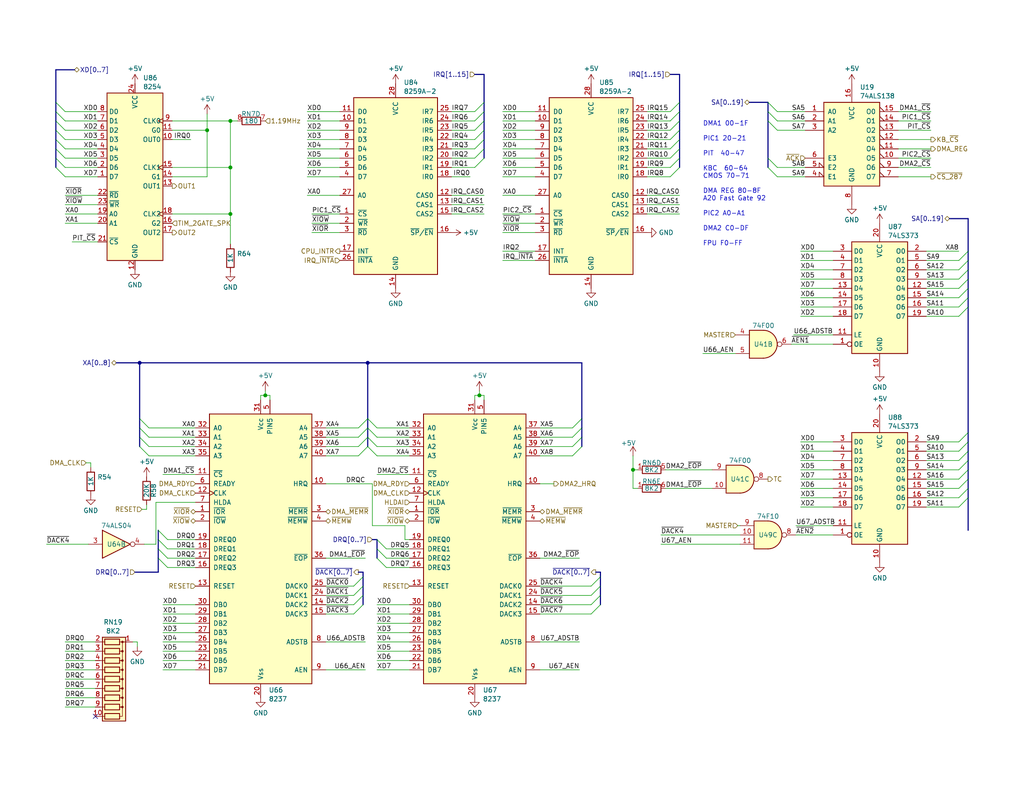
<source format=kicad_sch>
(kicad_sch (version 20230121) (generator eeschema)
  (paper "USLetter")
  (junction (at 62.865 33.02))
  (junction (at 56.515 35.56))
  (junction (at 62.865 58.42))
  (junction (at 38.1 99.06))
  (junction (at 172.72 128.27))
  (junction (at 130.81 107.95))
  (junction (at 100.33 99.06))
  (junction (at 62.865 45.72))
  (junction (at 72.39 107.95))
  (no_connect (at 26.035 195.58))
  (bus_entry (at 100.33 119.38) (size -2.54 2.54))
  (bus_entry (at 102.87 149.86) (size 2.54 2.54))
  (bus_entry (at 15.24 38.1) (size 2.54 2.54))
  (bus_entry (at 264.16 128.27) (size -2.54 2.54))
  (bus_entry (at 99.06 160.02) (size -2.54 2.54))
  (bus_entry (at 43.18 144.78) (size 2.54 2.54))
  (bus_entry (at 264.16 71.12) (size -2.54 2.54))
  (bus_entry (at 102.87 152.4) (size 2.54 2.54))
  (bus_entry (at 185.42 43.18) (size -2.54 2.54))
  (bus_entry (at 15.24 30.48) (size 2.54 2.54))
  (bus_entry (at 15.24 43.18) (size 2.54 2.54))
  (bus_entry (at 209.55 33.02) (size 2.54 2.54))
  (bus_entry (at 185.42 35.56) (size -2.54 2.54))
  (bus_entry (at 15.24 33.02) (size 2.54 2.54))
  (bus_entry (at 132.08 33.02) (size -2.54 2.54))
  (bus_entry (at 264.16 118.11) (size -2.54 2.54))
  (bus_entry (at 15.24 35.56) (size 2.54 2.54))
  (bus_entry (at 163.83 162.56) (size -2.54 2.54))
  (bus_entry (at 102.87 147.32) (size 2.54 2.54))
  (bus_entry (at 264.16 68.58) (size -2.54 2.54))
  (bus_entry (at 163.83 160.02) (size -2.54 2.54))
  (bus_entry (at 15.24 40.64) (size 2.54 2.54))
  (bus_entry (at 264.16 135.89) (size -2.54 2.54))
  (bus_entry (at 43.18 149.86) (size 2.54 2.54))
  (bus_entry (at 264.16 123.19) (size -2.54 2.54))
  (bus_entry (at 185.42 38.1) (size -2.54 2.54))
  (bus_entry (at 209.55 45.72) (size 2.54 2.54))
  (bus_entry (at 15.24 45.72) (size 2.54 2.54))
  (bus_entry (at 264.16 125.73) (size -2.54 2.54))
  (bus_entry (at 38.1 114.3) (size 2.54 2.54))
  (bus_entry (at 185.42 27.94) (size -2.54 2.54))
  (bus_entry (at 43.18 147.32) (size 2.54 2.54))
  (bus_entry (at 158.75 121.92) (size -2.54 2.54))
  (bus_entry (at 185.42 40.64) (size -2.54 2.54))
  (bus_entry (at 99.06 162.56) (size -2.54 2.54))
  (bus_entry (at 264.16 133.35) (size -2.54 2.54))
  (bus_entry (at 264.16 81.28) (size -2.54 2.54))
  (bus_entry (at 132.08 40.64) (size -2.54 2.54))
  (bus_entry (at 209.55 30.48) (size 2.54 2.54))
  (bus_entry (at 158.75 116.84) (size -2.54 2.54))
  (bus_entry (at 185.42 45.72) (size -2.54 2.54))
  (bus_entry (at 100.33 114.3) (size -2.54 2.54))
  (bus_entry (at 163.83 157.48) (size -2.54 2.54))
  (bus_entry (at 209.55 27.94) (size 2.54 2.54))
  (bus_entry (at 264.16 78.74) (size -2.54 2.54))
  (bus_entry (at 132.08 38.1) (size -2.54 2.54))
  (bus_entry (at 132.08 43.18) (size -2.54 2.54))
  (bus_entry (at 264.16 83.82) (size -2.54 2.54))
  (bus_entry (at 185.42 30.48) (size -2.54 2.54))
  (bus_entry (at 264.16 73.66) (size -2.54 2.54))
  (bus_entry (at 15.24 27.94) (size 2.54 2.54))
  (bus_entry (at 43.18 152.4) (size 2.54 2.54))
  (bus_entry (at 38.1 119.38) (size 2.54 2.54))
  (bus_entry (at 158.75 114.3) (size -2.54 2.54))
  (bus_entry (at 100.33 121.92) (size -2.54 2.54))
  (bus_entry (at 99.06 157.48) (size -2.54 2.54))
  (bus_entry (at 209.55 43.18) (size 2.54 2.54))
  (bus_entry (at 100.33 119.38) (size 2.54 2.54))
  (bus_entry (at 100.33 116.84) (size -2.54 2.54))
  (bus_entry (at 99.06 165.1) (size -2.54 2.54))
  (bus_entry (at 264.16 76.2) (size -2.54 2.54))
  (bus_entry (at 100.33 116.84) (size 2.54 2.54))
  (bus_entry (at 38.1 121.92) (size 2.54 2.54))
  (bus_entry (at 132.08 30.48) (size -2.54 2.54))
  (bus_entry (at 158.75 119.38) (size -2.54 2.54))
  (bus_entry (at 264.16 120.65) (size -2.54 2.54))
  (bus_entry (at 132.08 35.56) (size -2.54 2.54))
  (bus_entry (at 38.1 116.84) (size 2.54 2.54))
  (bus_entry (at 100.33 121.92) (size 2.54 2.54))
  (bus_entry (at 163.83 165.1) (size -2.54 2.54))
  (bus_entry (at 132.08 27.94) (size -2.54 2.54))
  (bus_entry (at 264.16 130.81) (size -2.54 2.54))
  (bus_entry (at 100.33 114.3) (size 2.54 2.54))
  (bus_entry (at 185.42 33.02) (size -2.54 2.54))
  (wire (pts (xy 172.72 128.27) (xy 173.99 128.27)))
  (wire (pts (xy 26.67 48.26) (xy 17.78 48.26)))
  (wire (pts (xy 85.09 58.42) (xy 92.71 58.42)))
  (bus (pts (xy 163.83 157.48) (xy 163.83 160.02)))
  (bus (pts (xy 264.16 118.11) (xy 264.16 120.65)))
  (wire (pts (xy 64.77 33.02) (xy 62.865 33.02)))
  (wire (pts (xy 130.81 107.95) (xy 129.54 107.95)))
  (wire (pts (xy 62.865 58.42) (xy 62.865 66.675)))
  (bus (pts (xy 102.87 147.32) (xy 102.87 149.86)))
  (bus (pts (xy 264.16 59.69) (xy 264.16 68.58)))
  (wire (pts (xy 44.45 175.26) (xy 53.34 175.26)))
  (bus (pts (xy 97.79 156.21) (xy 99.06 156.21)))
  (wire (pts (xy 102.87 119.38) (xy 111.76 119.38)))
  (bus (pts (xy 185.42 38.1) (xy 185.42 40.64)))
  (wire (pts (xy 252.73 125.73) (xy 261.62 125.73)))
  (bus (pts (xy 264.16 133.35) (xy 264.16 135.89)))
  (wire (pts (xy 137.16 53.34) (xy 146.05 53.34)))
  (bus (pts (xy 15.24 30.48) (xy 15.24 33.02)))
  (bus (pts (xy 163.83 156.21) (xy 163.83 157.48)))
  (wire (pts (xy 37.465 176.53) (xy 37.465 175.26)))
  (wire (pts (xy 147.32 175.26) (xy 158.115 175.26)))
  (wire (pts (xy 45.72 154.94) (xy 53.34 154.94)))
  (wire (pts (xy 110.49 147.32) (xy 111.76 147.32)))
  (bus (pts (xy 182.88 20.32) (xy 185.42 20.32)))
  (bus (pts (xy 132.08 33.02) (xy 132.08 35.56)))
  (wire (pts (xy 26.67 33.02) (xy 17.78 33.02)))
  (wire (pts (xy 252.73 133.35) (xy 261.62 133.35)))
  (wire (pts (xy 17.78 55.88) (xy 26.67 55.88)))
  (wire (pts (xy 218.44 83.82) (xy 227.33 83.82)))
  (wire (pts (xy 180.34 146.05) (xy 201.93 146.05)))
  (wire (pts (xy 46.99 58.42) (xy 62.865 58.42)))
  (wire (pts (xy 252.73 81.28) (xy 261.62 81.28)))
  (bus (pts (xy 132.08 38.1) (xy 132.08 40.64)))
  (bus (pts (xy 132.08 35.56) (xy 132.08 38.1)))
  (wire (pts (xy 44.45 177.8) (xy 53.34 177.8)))
  (wire (pts (xy 62.865 33.02) (xy 62.865 45.72)))
  (wire (pts (xy 88.9 167.64) (xy 96.52 167.64)))
  (wire (pts (xy 102.87 177.8) (xy 111.76 177.8)))
  (wire (pts (xy 102.87 165.1) (xy 111.76 165.1)))
  (bus (pts (xy 100.33 99.06) (xy 158.75 99.06)))
  (wire (pts (xy 102.87 116.84) (xy 111.76 116.84)))
  (bus (pts (xy 158.75 116.84) (xy 158.75 119.38)))
  (wire (pts (xy 88.9 116.84) (xy 97.79 116.84)))
  (wire (pts (xy 73.66 109.22) (xy 73.66 107.95)))
  (bus (pts (xy 15.24 40.64) (xy 15.24 43.18)))
  (wire (pts (xy 137.16 45.72) (xy 146.05 45.72)))
  (bus (pts (xy 185.42 40.64) (xy 185.42 43.18)))
  (wire (pts (xy 218.44 138.43) (xy 227.33 138.43)))
  (wire (pts (xy 44.45 165.1) (xy 53.34 165.1)))
  (wire (pts (xy 132.08 109.22) (xy 132.08 107.95)))
  (wire (pts (xy 245.11 43.18) (xy 254 43.18)))
  (wire (pts (xy 23.495 126.365) (xy 24.765 126.365)))
  (wire (pts (xy 101.6 132.08) (xy 88.9 132.08)))
  (wire (pts (xy 44.45 129.54) (xy 53.34 129.54)))
  (wire (pts (xy 137.16 60.96) (xy 146.05 60.96)))
  (wire (pts (xy 172.72 124.46) (xy 172.72 128.27)))
  (wire (pts (xy 46.99 48.26) (xy 56.515 48.26)))
  (wire (pts (xy 123.19 55.88) (xy 132.08 55.88)))
  (wire (pts (xy 102.87 175.26) (xy 111.76 175.26)))
  (bus (pts (xy 185.42 27.94) (xy 185.42 30.48)))
  (wire (pts (xy 17.78 187.96) (xy 26.035 187.96)))
  (bus (pts (xy 264.16 128.27) (xy 264.16 130.81)))
  (wire (pts (xy 26.67 43.18) (xy 17.78 43.18)))
  (bus (pts (xy 99.06 162.56) (xy 99.06 165.1)))
  (wire (pts (xy 62.865 45.72) (xy 62.865 58.42)))
  (bus (pts (xy 99.06 157.48) (xy 99.06 160.02)))
  (wire (pts (xy 218.44 78.74) (xy 227.33 78.74)))
  (wire (pts (xy 40.005 137.795) (xy 40.005 139.065)))
  (wire (pts (xy 252.73 128.27) (xy 261.62 128.27)))
  (wire (pts (xy 137.16 38.1) (xy 146.05 38.1)))
  (bus (pts (xy 43.18 147.32) (xy 43.18 149.86)))
  (bus (pts (xy 163.83 162.56) (xy 163.83 165.1)))
  (bus (pts (xy 38.1 119.38) (xy 38.1 121.92)))
  (bus (pts (xy 259.08 59.69) (xy 264.16 59.69)))
  (wire (pts (xy 147.32 160.02) (xy 161.29 160.02)))
  (wire (pts (xy 147.32 116.84) (xy 156.21 116.84)))
  (wire (pts (xy 218.44 81.28) (xy 227.33 81.28)))
  (wire (pts (xy 176.53 55.88) (xy 185.42 55.88)))
  (bus (pts (xy 162.56 156.21) (xy 163.83 156.21)))
  (wire (pts (xy 252.73 138.43) (xy 261.62 138.43)))
  (bus (pts (xy 36.83 156.21) (xy 43.18 156.21)))
  (wire (pts (xy 83.82 33.02) (xy 92.71 33.02)))
  (wire (pts (xy 105.41 149.86) (xy 111.76 149.86)))
  (bus (pts (xy 264.16 130.81) (xy 264.16 133.35)))
  (wire (pts (xy 137.16 30.48) (xy 146.05 30.48)))
  (wire (pts (xy 88.9 124.46) (xy 97.79 124.46)))
  (wire (pts (xy 147.32 119.38) (xy 156.21 119.38)))
  (bus (pts (xy 185.42 20.32) (xy 185.42 27.94)))
  (bus (pts (xy 15.24 35.56) (xy 15.24 38.1)))
  (wire (pts (xy 137.16 68.58) (xy 146.05 68.58)))
  (wire (pts (xy 245.11 48.26) (xy 254 48.26)))
  (bus (pts (xy 264.16 68.58) (xy 264.16 71.12)))
  (wire (pts (xy 252.73 130.81) (xy 261.62 130.81)))
  (wire (pts (xy 42.545 148.59) (xy 42.545 137.16)))
  (bus (pts (xy 264.16 71.12) (xy 264.16 73.66)))
  (wire (pts (xy 137.16 71.12) (xy 146.05 71.12)))
  (wire (pts (xy 46.99 45.72) (xy 62.865 45.72)))
  (wire (pts (xy 129.54 107.95) (xy 129.54 109.22)))
  (bus (pts (xy 204.47 27.94) (xy 209.55 27.94)))
  (wire (pts (xy 88.9 160.02) (xy 96.52 160.02)))
  (bus (pts (xy 15.24 43.18) (xy 15.24 45.72)))
  (wire (pts (xy 147.32 182.88) (xy 158.115 182.88)))
  (wire (pts (xy 105.41 152.4) (xy 111.76 152.4)))
  (bus (pts (xy 264.16 76.2) (xy 264.16 78.74)))
  (wire (pts (xy 176.53 40.64) (xy 182.88 40.64)))
  (wire (pts (xy 12.7 148.59) (xy 24.13 148.59)))
  (wire (pts (xy 218.44 123.19) (xy 227.33 123.19)))
  (wire (pts (xy 40.005 139.065) (xy 38.735 139.065)))
  (wire (pts (xy 102.87 129.54) (xy 111.76 129.54)))
  (wire (pts (xy 176.53 53.34) (xy 185.42 53.34)))
  (bus (pts (xy 100.33 116.84) (xy 100.33 119.38)))
  (wire (pts (xy 137.16 63.5) (xy 146.05 63.5)))
  (wire (pts (xy 17.78 190.5) (xy 26.035 190.5)))
  (wire (pts (xy 102.87 172.72) (xy 111.76 172.72)))
  (bus (pts (xy 264.16 123.19) (xy 264.16 125.73)))
  (wire (pts (xy 83.82 35.56) (xy 92.71 35.56)))
  (bus (pts (xy 209.55 33.02) (xy 209.55 43.18)))
  (wire (pts (xy 176.53 48.26) (xy 182.88 48.26)))
  (wire (pts (xy 245.11 40.64) (xy 254 40.64)))
  (wire (pts (xy 37.465 175.26) (xy 36.195 175.26)))
  (wire (pts (xy 147.32 124.46) (xy 156.21 124.46)))
  (wire (pts (xy 17.78 177.8) (xy 26.035 177.8)))
  (bus (pts (xy 209.55 43.18) (xy 209.55 45.72)))
  (wire (pts (xy 56.515 35.56) (xy 56.515 31.115)))
  (wire (pts (xy 46.99 38.1) (xy 52.07 38.1)))
  (wire (pts (xy 252.73 86.36) (xy 261.62 86.36)))
  (wire (pts (xy 176.53 43.18) (xy 182.88 43.18)))
  (wire (pts (xy 218.44 86.36) (xy 227.33 86.36)))
  (wire (pts (xy 261.62 68.58) (xy 252.73 68.58)))
  (wire (pts (xy 252.73 135.89) (xy 261.62 135.89)))
  (wire (pts (xy 218.44 133.35) (xy 227.33 133.35)))
  (wire (pts (xy 85.09 60.96) (xy 92.71 60.96)))
  (wire (pts (xy 147.32 132.08) (xy 151.13 132.08)))
  (wire (pts (xy 88.9 162.56) (xy 96.52 162.56)))
  (wire (pts (xy 17.78 175.26) (xy 26.035 175.26)))
  (bus (pts (xy 99.06 160.02) (xy 99.06 162.56)))
  (bus (pts (xy 43.18 144.78) (xy 43.18 147.32)))
  (wire (pts (xy 147.32 162.56) (xy 161.29 162.56)))
  (wire (pts (xy 172.72 128.27) (xy 172.72 133.35)))
  (wire (pts (xy 252.73 120.65) (xy 261.62 120.65)))
  (wire (pts (xy 44.45 180.34) (xy 53.34 180.34)))
  (wire (pts (xy 83.82 40.64) (xy 92.71 40.64)))
  (wire (pts (xy 102.87 182.88) (xy 111.76 182.88)))
  (wire (pts (xy 194.31 128.27) (xy 181.61 128.27)))
  (wire (pts (xy 218.44 125.73) (xy 227.33 125.73)))
  (wire (pts (xy 24.765 127.635) (xy 24.765 126.365)))
  (wire (pts (xy 252.73 123.19) (xy 261.62 123.19)))
  (wire (pts (xy 105.41 154.94) (xy 111.76 154.94)))
  (wire (pts (xy 137.16 43.18) (xy 146.05 43.18)))
  (wire (pts (xy 130.81 106.68) (xy 130.81 107.95)))
  (wire (pts (xy 83.82 38.1) (xy 92.71 38.1)))
  (wire (pts (xy 245.11 33.02) (xy 254 33.02)))
  (bus (pts (xy 31.75 99.06) (xy 38.1 99.06)))
  (bus (pts (xy 100.33 99.06) (xy 100.33 114.3)))
  (bus (pts (xy 38.1 114.3) (xy 38.1 116.84)))
  (wire (pts (xy 45.72 152.4) (xy 53.34 152.4)))
  (wire (pts (xy 123.19 53.34) (xy 132.08 53.34)))
  (wire (pts (xy 245.11 38.1) (xy 254 38.1)))
  (wire (pts (xy 102.87 124.46) (xy 111.76 124.46)))
  (wire (pts (xy 147.32 121.92) (xy 156.21 121.92)))
  (bus (pts (xy 43.18 152.4) (xy 43.18 156.21)))
  (wire (pts (xy 123.19 33.02) (xy 129.54 33.02)))
  (wire (pts (xy 26.67 30.48) (xy 17.78 30.48)))
  (wire (pts (xy 44.45 167.64) (xy 53.34 167.64)))
  (wire (pts (xy 252.73 71.12) (xy 261.62 71.12)))
  (wire (pts (xy 128.27 48.26) (xy 123.19 48.26)))
  (wire (pts (xy 147.32 165.1) (xy 161.29 165.1)))
  (wire (pts (xy 72.39 107.95) (xy 71.12 107.95)))
  (wire (pts (xy 17.78 193.04) (xy 26.035 193.04)))
  (wire (pts (xy 83.82 53.34) (xy 92.71 53.34)))
  (wire (pts (xy 137.16 35.56) (xy 146.05 35.56)))
  (bus (pts (xy 15.24 38.1) (xy 15.24 40.64)))
  (wire (pts (xy 245.11 30.48) (xy 254 30.48)))
  (bus (pts (xy 264.16 78.74) (xy 264.16 81.28)))
  (wire (pts (xy 88.9 119.38) (xy 97.79 119.38)))
  (wire (pts (xy 218.44 135.89) (xy 227.33 135.89)))
  (bus (pts (xy 132.08 20.32) (xy 132.08 27.94)))
  (wire (pts (xy 45.72 147.32) (xy 53.34 147.32)))
  (wire (pts (xy 176.53 58.42) (xy 185.42 58.42)))
  (wire (pts (xy 137.16 33.02) (xy 146.05 33.02)))
  (wire (pts (xy 172.72 133.35) (xy 173.99 133.35)))
  (bus (pts (xy 100.33 114.3) (xy 100.33 116.84)))
  (wire (pts (xy 212.09 33.02) (xy 219.71 33.02)))
  (wire (pts (xy 212.09 48.26) (xy 219.71 48.26)))
  (wire (pts (xy 218.44 71.12) (xy 227.33 71.12)))
  (wire (pts (xy 102.87 180.34) (xy 111.76 180.34)))
  (wire (pts (xy 252.73 83.82) (xy 261.62 83.82)))
  (bus (pts (xy 132.08 27.94) (xy 132.08 30.48)))
  (wire (pts (xy 42.545 137.16) (xy 53.34 137.16)))
  (wire (pts (xy 227.33 91.44) (xy 216.535 91.44)))
  (bus (pts (xy 20.32 19.05) (xy 15.24 19.05)))
  (wire (pts (xy 137.16 48.26) (xy 146.05 48.26)))
  (wire (pts (xy 176.53 30.48) (xy 182.88 30.48)))
  (wire (pts (xy 217.17 146.05) (xy 227.33 146.05)))
  (bus (pts (xy 209.55 30.48) (xy 209.55 33.02)))
  (wire (pts (xy 26.67 40.64) (xy 17.78 40.64)))
  (wire (pts (xy 201.295 143.51) (xy 201.93 143.51)))
  (wire (pts (xy 218.44 130.81) (xy 227.33 130.81)))
  (bus (pts (xy 264.16 73.66) (xy 264.16 76.2)))
  (wire (pts (xy 88.9 121.92) (xy 97.79 121.92)))
  (bus (pts (xy 129.54 20.32) (xy 132.08 20.32)))
  (wire (pts (xy 40.64 121.92) (xy 53.34 121.92)))
  (wire (pts (xy 99.695 152.4) (xy 88.9 152.4)))
  (wire (pts (xy 123.19 45.72) (xy 129.54 45.72)))
  (bus (pts (xy 15.24 27.94) (xy 15.24 30.48)))
  (wire (pts (xy 245.11 35.56) (xy 254 35.56)))
  (bus (pts (xy 43.18 149.86) (xy 43.18 152.4)))
  (bus (pts (xy 15.24 33.02) (xy 15.24 35.56)))
  (bus (pts (xy 264.16 125.73) (xy 264.16 128.27)))
  (wire (pts (xy 212.09 35.56) (xy 219.71 35.56)))
  (wire (pts (xy 252.73 73.66) (xy 261.62 73.66)))
  (wire (pts (xy 72.39 106.68) (xy 72.39 107.95)))
  (bus (pts (xy 100.33 119.38) (xy 100.33 121.92)))
  (wire (pts (xy 26.67 35.56) (xy 17.78 35.56)))
  (bus (pts (xy 264.16 83.82) (xy 264.16 118.11)))
  (bus (pts (xy 264.16 135.89) (xy 264.16 144.78)))
  (bus (pts (xy 158.75 119.38) (xy 158.75 121.92)))
  (wire (pts (xy 46.99 33.02) (xy 62.865 33.02)))
  (wire (pts (xy 102.87 167.64) (xy 111.76 167.64)))
  (wire (pts (xy 137.16 58.42) (xy 146.05 58.42)))
  (wire (pts (xy 88.9 175.26) (xy 99.695 175.26)))
  (wire (pts (xy 45.72 149.86) (xy 53.34 149.86)))
  (wire (pts (xy 218.44 68.58) (xy 227.33 68.58)))
  (bus (pts (xy 102.87 149.86) (xy 102.87 152.4)))
  (bus (pts (xy 185.42 43.18) (xy 185.42 45.72)))
  (bus (pts (xy 264.16 81.28) (xy 264.16 83.82)))
  (wire (pts (xy 71.12 107.95) (xy 71.12 109.22)))
  (bus (pts (xy 38.1 116.84) (xy 38.1 119.38)))
  (bus (pts (xy 132.08 30.48) (xy 132.08 33.02)))
  (bus (pts (xy 15.24 19.05) (xy 15.24 27.94)))
  (bus (pts (xy 101.6 147.32) (xy 102.87 147.32)))
  (wire (pts (xy 40.64 116.84) (xy 53.34 116.84)))
  (wire (pts (xy 245.11 45.72) (xy 254 45.72)))
  (wire (pts (xy 83.82 48.26) (xy 92.71 48.26)))
  (wire (pts (xy 201.93 148.59) (xy 180.34 148.59)))
  (wire (pts (xy 123.19 35.56) (xy 129.54 35.56)))
  (wire (pts (xy 101.6 132.08) (xy 101.6 143.51)))
  (wire (pts (xy 44.45 182.88) (xy 53.34 182.88)))
  (wire (pts (xy 102.87 121.92) (xy 111.76 121.92)))
  (wire (pts (xy 44.45 172.72) (xy 53.34 172.72)))
  (wire (pts (xy 227.33 143.51) (xy 217.17 143.51)))
  (wire (pts (xy 123.19 30.48) (xy 129.54 30.48)))
  (wire (pts (xy 137.16 40.64) (xy 146.05 40.64)))
  (bus (pts (xy 209.55 27.94) (xy 209.55 30.48)))
  (wire (pts (xy 212.09 30.48) (xy 219.71 30.48)))
  (wire (pts (xy 123.19 38.1) (xy 129.54 38.1)))
  (bus (pts (xy 264.16 120.65) (xy 264.16 123.19)))
  (bus (pts (xy 38.1 99.06) (xy 38.1 114.3)))
  (bus (pts (xy 38.1 99.06) (xy 100.33 99.06)))
  (wire (pts (xy 17.78 60.96) (xy 26.67 60.96)))
  (wire (pts (xy 218.44 128.27) (xy 227.33 128.27)))
  (bus (pts (xy 185.42 30.48) (xy 185.42 33.02)))
  (wire (pts (xy 17.78 182.88) (xy 26.035 182.88)))
  (wire (pts (xy 215.9 93.98) (xy 227.33 93.98)))
  (wire (pts (xy 110.49 143.51) (xy 110.49 147.32)))
  (bus (pts (xy 132.08 40.64) (xy 132.08 43.18)))
  (wire (pts (xy 123.19 40.64) (xy 129.54 40.64)))
  (wire (pts (xy 176.53 38.1) (xy 182.88 38.1)))
  (wire (pts (xy 56.515 48.26) (xy 56.515 35.56)))
  (wire (pts (xy 176.53 35.56) (xy 182.88 35.56)))
  (wire (pts (xy 83.82 30.48) (xy 92.71 30.48)))
  (wire (pts (xy 83.82 43.18) (xy 92.71 43.18)))
  (wire (pts (xy 39.37 148.59) (xy 42.545 148.59)))
  (wire (pts (xy 83.82 45.72) (xy 92.71 45.72)))
  (bus (pts (xy 163.83 160.02) (xy 163.83 162.56)))
  (wire (pts (xy 132.08 107.95) (xy 130.81 107.95)))
  (wire (pts (xy 73.66 107.95) (xy 72.39 107.95)))
  (wire (pts (xy 17.78 58.42) (xy 26.67 58.42)))
  (wire (pts (xy 218.44 120.65) (xy 227.33 120.65)))
  (wire (pts (xy 26.67 38.1) (xy 17.78 38.1)))
  (wire (pts (xy 88.9 165.1) (xy 96.52 165.1)))
  (wire (pts (xy 102.87 170.18) (xy 111.76 170.18)))
  (wire (pts (xy 191.77 96.52) (xy 200.66 96.52)))
  (wire (pts (xy 88.9 182.88) (xy 99.695 182.88)))
  (wire (pts (xy 123.19 43.18) (xy 129.54 43.18)))
  (wire (pts (xy 26.67 45.72) (xy 17.78 45.72)))
  (wire (pts (xy 40.64 119.38) (xy 53.34 119.38)))
  (wire (pts (xy 44.45 170.18) (xy 53.34 170.18)))
  (wire (pts (xy 252.73 76.2) (xy 261.62 76.2)))
  (bus (pts (xy 185.42 33.02) (xy 185.42 35.56)))
  (wire (pts (xy 176.53 45.72) (xy 182.88 45.72)))
  (wire (pts (xy 101.6 143.51) (xy 110.49 143.51)))
  (wire (pts (xy 40.64 124.46) (xy 53.34 124.46)))
  (wire (pts (xy 158.115 152.4) (xy 147.32 152.4)))
  (wire (pts (xy 218.44 76.2) (xy 227.33 76.2)))
  (wire (pts (xy 194.31 133.35) (xy 181.61 133.35)))
  (bus (pts (xy 99.06 156.21) (xy 99.06 157.48)))
  (wire (pts (xy 252.73 78.74) (xy 261.62 78.74)))
  (wire (pts (xy 46.99 35.56) (xy 56.515 35.56)))
  (wire (pts (xy 218.44 73.66) (xy 227.33 73.66)))
  (bus (pts (xy 158.75 99.06) (xy 158.75 114.3)))
  (bus (pts (xy 158.75 114.3) (xy 158.75 116.84)))
  (bus (pts (xy 185.42 35.56) (xy 185.42 38.1)))
  (wire (pts (xy 17.78 185.42) (xy 26.035 185.42)))
  (wire (pts (xy 212.09 45.72) (xy 219.71 45.72)))
  (wire (pts (xy 123.19 58.42) (xy 132.08 58.42)))
  (wire (pts (xy 176.53 33.02) (xy 182.88 33.02)))
  (wire (pts (xy 147.32 167.64) (xy 161.29 167.64)))
  (wire (pts (xy 17.78 53.34) (xy 26.67 53.34)))
  (wire (pts (xy 19.685 66.04) (xy 26.67 66.04)))
  (wire (pts (xy 17.78 180.34) (xy 26.035 180.34)))
  (wire (pts (xy 85.09 63.5) (xy 92.71 63.5)))
  (text "DMA1 00-1F\n\nPIC1 20-21\n\nPIT  40-47\n\nKBC  60-64\nCMOS 70-71\n\nDMA REG 80-8F\nA20 Fast Gate 92\n\nPIC2 A0-A1\n\nDMA2 C0-DF\n\nFPU F0-FF" (at 191.77 67.31 0) (effects (font (size 1.27 1.27)) (justify left bottom)))
  (label "PIC2_~{CS}" (at 254 43.18 180))
  (label "SA13" (at 252.73 76.2 0))
  (label "XA1" (at 111.76 116.84 180))
  (label "XD3" (at 83.82 38.1 0))
  (label "IRQ_CAS2" (at 185.42 58.42 180))
  (label "IRQ4" (at 123.19 38.1 0))
  (label "DRQ6" (at 17.78 190.5 0))
  (label "XD4" (at 218.44 125.73 0))
  (label "DRQ1" (at 17.78 177.8 0))
  (label "SA15" (at 252.73 78.74 0))
  (label "U66_AEN" (at 99.695 182.88 180))
  (label "~{XIOW}" (at 137.16 60.96 0))
  (label "XD4" (at 137.16 40.64 0))
  (label "DMA1_~{EOP}" (at 181.61 133.35 0))
  (label "XD6" (at 83.82 45.72 0))
  (label "SA14" (at 252.73 128.27 0))
  (label "XD3" (at 137.16 38.1 0))
  (label "DMA2_~{CS}" (at 254 45.72 180))
  (label "~{DACK3}" (at 88.9 167.64 0))
  (label "XD2" (at 137.16 35.56 0))
  (label "XA5" (at 88.9 119.38 0))
  (label "PIC1_~{CS}" (at 254 33.02 180))
  (label "XD6" (at 218.44 81.28 0))
  (label "IRQ11" (at 176.53 40.64 0))
  (label "XD6" (at 218.44 133.35 0))
  (label "SA9" (at 252.73 120.65 0))
  (label "IRQ_CAS1" (at 132.08 55.88 180))
  (label "IRQ1" (at 123.19 45.72 0))
  (label "XD5" (at 26.67 43.18 180))
  (label "XD0" (at 83.82 30.48 0))
  (label "~{DACK4}" (at 180.34 146.05 0))
  (label "XD4" (at 102.87 175.26 0))
  (label "DRQ3" (at 17.78 182.88 0))
  (label "DMA2_~{CS}" (at 102.87 129.54 0))
  (label "DMA2_~{EOP}" (at 181.61 128.27 0))
  (label "XD5" (at 218.44 128.27 0))
  (label "XD0" (at 137.16 30.48 0))
  (label "PIT_~{CS}" (at 19.685 66.04 0))
  (label "XD7" (at 44.45 182.88 0))
  (label "SA15" (at 252.73 133.35 0))
  (label "XA3" (at 53.34 124.46 180))
  (label "XD4" (at 26.67 40.64 180))
  (label "~{XIOW}" (at 85.09 60.96 0))
  (label "XD4" (at 218.44 73.66 0))
  (label "IRQ14" (at 176.53 33.02 0))
  (label "PIC1_~{CS}" (at 85.09 58.42 0))
  (label "SA9" (at 219.71 48.26 180))
  (label "XD6" (at 102.87 180.34 0))
  (label "XD1" (at 83.82 33.02 0))
  (label "XD0" (at 218.44 68.58 0))
  (label "SA12" (at 252.73 135.89 0))
  (label "XD6" (at 26.67 45.72 180))
  (label "IRQ8" (at 176.53 48.26 0))
  (label "DRQC" (at 99.695 132.08 180))
  (label "SA7" (at 219.71 35.56 180))
  (label "SA10" (at 252.73 86.36 0))
  (label "DMA1_~{CS}" (at 44.45 129.54 0))
  (label "XD1" (at 218.44 71.12 0))
  (label "XD0" (at 218.44 120.65 0))
  (label "XD6" (at 44.45 180.34 0))
  (label "IRQ_CAS2" (at 132.08 58.42 180))
  (label "XD1" (at 102.87 167.64 0))
  (label "U67_AEN" (at 158.115 182.88 180))
  (label "XA2" (at 111.76 119.38 180))
  (label "~{DACK6}" (at 147.32 165.1 0))
  (label "SA9" (at 252.73 71.12 0))
  (label "PIC2_~{CS}" (at 137.16 58.42 0))
  (label "XA3" (at 111.76 121.92 180))
  (label "SA13" (at 252.73 125.73 0))
  (label "XD7" (at 218.44 78.74 0))
  (label "XA8" (at 261.62 68.58 180))
  (label "~{DACK5}" (at 147.32 162.56 0))
  (label "~{XIOR}" (at 85.09 63.5 0))
  (label "IRQ15" (at 176.53 30.48 0))
  (label "XD2" (at 102.87 170.18 0))
  (label "IRQ0" (at 52.07 38.1 180))
  (label "XA6" (at 88.9 121.92 0))
  (label "XD2" (at 44.45 170.18 0))
  (label "IRQ0" (at 128.27 48.26 180))
  (label "XD6" (at 137.16 45.72 0))
  (label "DRQ6" (at 111.76 152.4 180))
  (label "SA12" (at 252.73 73.66 0))
  (label "U67_AEN" (at 180.34 148.59 0))
  (label "XA4" (at 111.76 124.46 180))
  (label "~{DACK4}" (at 147.32 160.02 0))
  (label "XD5" (at 137.16 43.18 0))
  (label "~{AEN2}" (at 217.17 146.05 0))
  (label "XD2" (at 83.82 35.56 0))
  (label "DMA1_~{CS}" (at 254 30.48 180))
  (label "XA1" (at 53.34 119.38 180))
  (label "U66_AEN" (at 191.77 96.52 0))
  (label "XD0" (at 26.67 30.48 180))
  (label "IRQ9" (at 176.53 45.72 0))
  (label "~{XIOR}" (at 137.16 63.5 0))
  (label "IRQ_CAS1" (at 185.42 55.88 180))
  (label "DRQ1" (at 53.34 149.86 180))
  (label "XD3" (at 26.67 38.1 180))
  (label "XD7" (at 218.44 130.81 0))
  (label "XD3" (at 44.45 172.72 0))
  (label "~{DACK7}" (at 147.32 167.64 0))
  (label "XD7" (at 83.82 48.26 0))
  (label "XD1" (at 137.16 33.02 0))
  (label "XD2" (at 26.67 35.56 180))
  (label "XD3" (at 218.44 135.89 0))
  (label "SA5" (at 219.71 30.48 180))
  (label "XA6" (at 147.32 119.38 0))
  (label "U66_ADSTB" (at 99.695 175.26 180))
  (label "DRQ2" (at 17.78 180.34 0))
  (label "DRQ7" (at 17.78 193.04 0))
  (label "XD5" (at 44.45 177.8 0))
  (label "SA11" (at 252.73 83.82 0))
  (label "XD5" (at 102.87 177.8 0))
  (label "XD5" (at 218.44 76.2 0))
  (label "DRQ7" (at 111.76 154.94 180))
  (label "DRQ5" (at 111.76 149.86 180))
  (label "DRQ2" (at 53.34 152.4 180))
  (label "IRQ2" (at 123.19 43.18 0))
  (label "XA0" (at 53.34 116.84 180))
  (label "IRQ13" (at 176.53 35.56 0))
  (label "SA11" (at 252.73 138.43 0))
  (label "XA7" (at 147.32 121.92 0))
  (label "DRQ0" (at 17.78 175.26 0))
  (label "XD1" (at 218.44 123.19 0))
  (label "DRQ5" (at 17.78 187.96 0))
  (label "~{XIOW}" (at 17.78 55.88 0))
  (label "XD1" (at 26.67 33.02 180))
  (label "XD0" (at 102.87 165.1 0))
  (label "XA0" (at 17.78 58.42 0))
  (label "~{DACK0}" (at 88.9 160.02 0))
  (label "IRQ_CAS0" (at 185.42 53.34 180))
  (label "IRQ_~{INTA}" (at 137.16 71.12 0))
  (label "XD4" (at 44.45 175.26 0))
  (label "DRQ3" (at 53.34 154.94 180))
  (label "XA0" (at 83.82 53.34 0))
  (label "IRQ5" (at 123.19 35.56 0))
  (label "XD7" (at 102.87 182.88 0))
  (label "XA1" (at 17.78 60.96 0))
  (label "XD7" (at 137.16 48.26 0))
  (label "~{DACK4}" (at 12.7 148.59 0))
  (label "XA8" (at 147.32 124.46 0))
  (label "U66_ADSTB" (at 216.535 91.44 0))
  (label "~{XIOR}" (at 17.78 53.34 0))
  (label "~{DACK1}" (at 88.9 162.56 0))
  (label "IRQ6" (at 123.19 33.02 0))
  (label "U67_ADSTB" (at 158.115 175.26 180))
  (label "IRQ7" (at 123.19 30.48 0))
  (label "XD2" (at 218.44 138.43 0))
  (label "DMA2_~{EOP}" (at 158.115 152.4 180))
  (label "XD0" (at 44.45 165.1 0))
  (label "SA6" (at 219.71 33.02 180))
  (label "SA16" (at 252.73 130.81 0))
  (label "SA8" (at 219.71 45.72 180))
  (label "XD3" (at 218.44 83.82 0))
  (label "XD4" (at 83.82 40.64 0))
  (label "XD7" (at 26.67 48.26 180))
  (label "XA5" (at 147.32 116.84 0))
  (label "IRQ10" (at 176.53 43.18 0))
  (label "XD3" (at 102.87 172.72 0))
  (label "IRQ3" (at 123.19 40.64 0))
  (label "DMA1_~{EOP}" (at 99.695 152.4 180))
  (label "XA2" (at 53.34 121.92 180))
  (label "DRQ0" (at 53.34 147.32 180))
  (label "XD1" (at 44.45 167.64 0))
  (label "XA7" (at 88.9 124.46 0))
  (label "XD5" (at 83.82 43.18 0))
  (label "DRQC" (at 17.78 185.42 0))
  (label "XD2" (at 218.44 86.36 0))
  (label "XA4" (at 88.9 116.84 0))
  (label "IRQ12" (at 176.53 38.1 0))
  (label "PIT_~{CS}" (at 254 35.56 180))
  (label "~{DACK2}" (at 88.9 165.1 0))
  (label "XA0" (at 137.16 53.34 0))
  (label "IRQ2" (at 137.16 68.58 0))
  (label "SA10" (at 252.73 123.19 0))
  (label "~{AEN1}" (at 215.9 93.98 0))
  (label "U67_ADSTB" (at 217.17 143.51 0))
  (label "SA14" (at 252.73 81.28 0))
  (label "IRQ_CAS0" (at 132.08 53.34 180))
  (hierarchical_label "DRQ[0..7]" (shape input) (at 101.6 147.32 180))
  (hierarchical_label "1.19MHz" (shape input) (at 72.39 33.02 0))
  (hierarchical_label "DMA_CLK" (shape input) (at 23.495 126.365 180))
  (hierarchical_label "DMA2_HRQ" (shape output) (at 151.13 132.08 0))
  (hierarchical_label "~{XIOW}" (shape bidirectional) (at 111.76 142.24 180))
  (hierarchical_label "DMA_RDY" (shape input) (at 111.76 132.08 180))
  (hierarchical_label "MASTER" (shape input) (at 201.295 143.51 180))
  (hierarchical_label "XA[0..8]" (shape bidirectional) (at 31.75 99.06 180))
  (hierarchical_label "~{ACK}" (shape input) (at 219.71 43.18 180))
  (hierarchical_label "IRQ[1..15]" (shape input) (at 182.88 20.32 180))
  (hierarchical_label "TIM_2GATE_SPK" (shape input) (at 46.99 60.96 0))
  (hierarchical_label "DMA_CLK" (shape input) (at 111.76 134.62 180))
  (hierarchical_label "KB_~{CS}" (shape output) (at 254 38.1 0))
  (hierarchical_label "RESET" (shape input) (at 111.76 160.02 180))
  (hierarchical_label "DMA_CLK" (shape input) (at 53.34 134.62 180))
  (hierarchical_label "DMA_RDY" (shape input) (at 53.34 132.08 180))
  (hierarchical_label "CPU_INTR" (shape output) (at 92.71 68.58 180))
  (hierarchical_label "SA[0..19]" (shape bidirectional) (at 204.47 27.94 180))
  (hierarchical_label "~{DACK[0..7]}" (shape output) (at 97.79 156.21 180))
  (hierarchical_label "~{MEMW}" (shape bidirectional) (at 147.32 142.24 0))
  (hierarchical_label "DMA_REG" (shape output) (at 254 40.64 0))
  (hierarchical_label "XD[0..7]" (shape bidirectional) (at 20.32 19.05 0))
  (hierarchical_label "DRQ[0..7]" (shape input) (at 36.83 156.21 180))
  (hierarchical_label "TC" (shape output) (at 209.55 130.81 0))
  (hierarchical_label "DMA_~{MEMR}" (shape bidirectional) (at 147.32 139.7 0))
  (hierarchical_label "MASTER" (shape input) (at 200.66 91.44 180))
  (hierarchical_label "SA[0..19]" (shape bidirectional) (at 259.08 59.69 180))
  (hierarchical_label "~{CS_287}" (shape output) (at 254 48.26 0))
  (hierarchical_label "OUT2" (shape output) (at 46.99 63.5 0))
  (hierarchical_label "IRQ[1..15]" (shape input) (at 129.54 20.32 180))
  (hierarchical_label "HLDAI" (shape input) (at 111.76 137.16 180))
  (hierarchical_label "DMA_~{MEMR}" (shape bidirectional) (at 88.9 139.7 0))
  (hierarchical_label "IRQ_~{INTA}" (shape input) (at 92.71 71.12 180))
  (hierarchical_label "RESET" (shape input) (at 38.735 139.065 180))
  (hierarchical_label "~{XIOR}" (shape bidirectional) (at 111.76 139.7 180))
  (hierarchical_label "OUT1" (shape output) (at 46.99 50.8 0))
  (hierarchical_label "~{MEMW}" (shape bidirectional) (at 88.9 142.24 0))
  (hierarchical_label "~{XIOR}" (shape bidirectional) (at 53.34 139.7 180))
  (hierarchical_label "~{XIOW}" (shape bidirectional) (at 53.34 142.24 180))
  (hierarchical_label "RESET" (shape input) (at 53.34 160.02 180))
  (hierarchical_label "~{DACK[0..7]}" (shape output) (at 162.56 156.21 180))
  (symbol (lib_id "74xx:74LS00") (at 208.28 93.98 0) (unit 2)
    (property "Reference" "U41" (at 208.28 93.98 0))
    (property "Value" "74F00" (at 208.28 88.9 0))
    (property "Footprint" "Package_DIP:DIP-14_W7.62mm" (effects hide))
    (property "Datasheet" "http://www.ti.com/lit/gpn/sn74ls00" (effects hide))
  )
  (symbol (lib_id "74xx:74LS10") (at 209.55 146.05 0) (unit 3)
    (property "Reference" "U49" (at 209.55 146.05 0))
    (property "Value" "74F10" (at 209.55 140.97 0))
    (property "Footprint" "Package_DIP:DIP-14_W7.62mm" (effects hide))
    (property "Datasheet" "http://www.ti.com/lit/gpn/sn74LS10" (effects hide))
  )
  (symbol (lib_id "power:GND") (at 240.03 153.67 0) (unit 1)
    (property "Reference" "#PWR0283" (effects hide))
    (property "Value" "GND" (at 240.03 157.8031 0))
  )
  (symbol (lib_id "power:GND") (at 161.29 78.74 0) (unit 1)
    (property "Reference" "#PWR0155" (effects hide))
    (property "Value" "GND" (at 161.29 82.8731 0))
  )
  (symbol (lib_id "power:+5V") (at 56.515 31.115 0) (unit 1)
    (property "Reference" "#PWR068" (effects hide))
    (property "Value" "+5V" (at 56.515 26.9819 0))
  )
  (symbol (lib_id "power:+5V") (at 172.72 124.46 0) (unit 1)
    (property "Reference" "#PWR0258" (effects hide))
    (property "Value" "+5V" (at 171.45 120.9619 0))
  )
  (symbol (lib_id "power:GND") (at 129.54 190.5 0) (unit 1)
    (property "Reference" "#PWR0280" (effects hide))
    (property "Value" "GND" (at 129.54 194.6331 0))
  )
  (symbol (lib_id "power:GND") (at 71.12 190.5 0) (unit 1)
    (property "Reference" "#PWR0278" (effects hide))
    (property "Value" "GND" (at 71.12 194.6331 0))
  )
  (symbol (lib_id "power:+5V") (at 161.29 22.86 0) (unit 1)
    (property "Reference" "#PWR0154" (effects hide))
    (property "Value" "+5V" (at 161.29 18.7269 0))
  )
  (symbol (lib_id "Device:R_Network09") (at 31.115 185.42 270) (unit 1)
    (property "Reference" "RN19" (at 30.861 169.8457 90))
    (property "Value" "8K2" (at 30.861 172.2699 90))
    (property "Footprint" "Resistor_THT:R_Array_SIP10" (effects hide))
    (property "Datasheet" "http://www.vishay.com/docs/31509/csc.pdf" (effects hide))
  )
  (symbol (lib_id "power:GND") (at 232.41 55.88 0) (unit 1)
    (property "Reference" "#PWR0566" (effects hide))
    (property "Value" "GND" (at 232.41 60.0131 0))
  )
  (symbol (lib_id "74xx:74LS04") (at 31.75 148.59 0) (unit 2)
    (property "Reference" "U64" (at 31.75 148.59 0))
    (property "Value" "74ALS04" (at 31.75 143.51 0))
    (property "Footprint" "Package_DIP:DIP-14_W7.62mm" (effects hide))
    (property "Datasheet" "http://www.ti.com/lit/gpn/sn74LS04" (effects hide))
  )
  (symbol (lib_id "Interface:8259A-2") (at 107.95 50.8 0) (unit 1)
    (property "Reference" "U84" (at 110.1441 22.5257 0) (effects (justify left)))
    (property "Value" "8259A-2" (at 110.1441 24.9499 0) (effects (justify left)))
    (property "Footprint" "Package_DIP:DIP-28_W15.24mm" (effects hide))
    (property "Datasheet" "http://pdos.csail.mit.edu/6.828/2005/readings/hardware/8259A.pdf" (effects hide))
  )
  (symbol (lib_id "74xx:74LS373") (at 240.03 81.28 0) (unit 1)
    (property "Reference" "U87" (at 242.2241 61.8957 0) (effects (justify left)))
    (property "Value" "74LS373" (at 242.2241 64.3199 0) (effects (justify left)))
    (property "Footprint" "Package_DIP:DIP-20_W7.62mm" (effects hide))
    (property "Datasheet" "http://www.ti.com/lit/gpn/sn74LS373" (effects hide))
  )
  (symbol (lib_id "Device:R") (at 40.005 133.985 0) (unit 1)
    (property "Reference" "R58" (at 41.91 135.89 90) (effects (justify left)))
    (property "Value" "20K" (at 40.005 135.89 90) (effects (justify left)))
  )
  (symbol (lib_id "Device:R_Network09_Split") (at 177.8 133.35 90) (unit 5)
    (property "Reference" "RN6" (at 177.8 131.445 90))
    (property "Value" "8K2" (at 177.8 133.35 90))
    (property "Footprint" "Resistor_THT:R_Array_SIP10" (effects hide))
    (property "Datasheet" "http://www.vishay.com/docs/31509/csc.pdf" (effects hide))
  )
  (symbol (lib_id "74xx:74LS373") (at 240.03 133.35 0) (unit 1)
    (property "Reference" "U88" (at 242.2241 113.9657 0) (effects (justify left)))
    (property "Value" "74LS373" (at 242.2241 116.3899 0) (effects (justify left)))
    (property "Footprint" "Package_DIP:DIP-20_W7.62mm" (effects hide))
    (property "Datasheet" "http://www.ti.com/lit/gpn/sn74LS373" (effects hide))
  )
  (symbol (lib_id "Device:R_Pack05_SIP_Split") (at 68.58 33.02 90) (unit 4)
    (property "Reference" "RN7" (at 71.12 31.115 90) (effects (justify left)))
    (property "Value" "180" (at 70.485 33.02 90) (effects (justify left)))
    (property "Footprint" "Resistor_THT:R_Array_SIP10" (effects hide))
    (property "Datasheet" "http://www.vishay.com/docs/31509/csc.pdf" (effects hide))
  )
  (symbol (lib_id "Device:R") (at 62.865 70.485 0) (unit 1)
    (property "Reference" "R64" (at 64.643 69.2729 0) (effects (justify left)))
    (property "Value" "1K" (at 62.865 71.755 90) (effects (justify left)))
  )
  (symbol (lib_id "power:+5V") (at 130.81 106.68 0) (unit 1)
    (property "Reference" "#PWR0281" (effects hide))
    (property "Value" "+5V" (at 130.81 102.5469 0))
  )
  (symbol (lib_id "power:+5V") (at 36.83 22.86 0) (unit 1)
    (property "Reference" "#PWR066" (effects hide))
    (property "Value" "+5V" (at 36.83 18.7269 0))
  )
  (symbol (lib_id "power:+5V") (at 240.03 60.96 0) (mirror y) (unit 1)
    (property "Reference" "#PWR0285" (effects hide))
    (property "Value" "+5V" (at 240.03 56.8269 0))
  )
  (symbol (lib_id "Device:R") (at 24.765 131.445 0) (unit 1)
    (property "Reference" "R54" (at 26.543 130.2329 0) (effects (justify left)))
    (property "Value" "1K" (at 24.765 132.715 90) (effects (justify left)))
  )
  (symbol (lib_id "Interface:8237") (at 129.54 149.86 0) (unit 1)
    (property "Reference" "U67" (at 131.7341 188.4101 0) (effects (justify left)))
    (property "Value" "8237" (at 131.7341 190.8343 0) (effects (justify left)))
    (property "Footprint" "Package_DIP:DIP-40_W15.24mm" (effects hide))
    (property "Datasheet" "https://pdos.csail.mit.edu/6.828/2012/readings/hardware/8237A.pdf" (effects hide))
  )
  (symbol (lib_id "power:GND") (at 37.465 176.53 0) (unit 1)
    (property "Reference" "#PWR0273" (effects hide))
    (property "Value" "GND" (at 37.465 180.6631 0))
  )
  (symbol (lib_id "Interface:8237") (at 71.12 149.86 0) (unit 1)
    (property "Reference" "U66" (at 73.3141 188.4101 0) (effects (justify left)))
    (property "Value" "8237" (at 73.3141 190.8343 0) (effects (justify left)))
    (property "Footprint" "Package_DIP:DIP-40_W15.24mm" (effects hide))
    (property "Datasheet" "https://pdos.csail.mit.edu/6.828/2012/readings/hardware/8237A.pdf" (effects hide))
  )
  (symbol (lib_id "power:+5V") (at 107.95 22.86 0) (unit 1)
    (property "Reference" "#PWR070" (effects hide))
    (property "Value" "+5V" (at 107.95 18.7269 0))
  )
  (symbol (lib_id "power:GND") (at 240.03 101.6 0) (unit 1)
    (property "Reference" "#PWR0505" (effects hide))
    (property "Value" "GND" (at 240.03 105.7331 0))
  )
  (symbol (lib_id "Device:R_Network09_Split") (at 177.8 128.27 90) (unit 4)
    (property "Reference" "RN6" (at 177.8 126.365 90))
    (property "Value" "8K2" (at 177.8 128.27 90))
    (property "Footprint" "Resistor_THT:R_Array_SIP10" (effects hide))
    (property "Datasheet" "http://www.vishay.com/docs/31509/csc.pdf" (effects hide))
  )
  (symbol (lib_id "Interface:8259A-2") (at 161.29 50.8 0) (unit 1)
    (property "Reference" "U85" (at 163.4841 22.5257 0) (effects (justify left)))
    (property "Value" "8259A-2" (at 163.4841 24.9499 0) (effects (justify left)))
    (property "Footprint" "Package_DIP:DIP-28_W15.24mm" (effects hide))
    (property "Datasheet" "http://pdos.csail.mit.edu/6.828/2005/readings/hardware/8259A.pdf" (effects hide))
  )
  (symbol (lib_id "Timer:8254") (at 36.83 48.26 0) (unit 1)
    (property "Reference" "U86" (at 39.0241 21.2557 0) (effects (justify left)))
    (property "Value" "8254" (at 39.0241 23.6799 0) (effects (justify left)))
    (property "Footprint" "Package_DIP:DIP-24_W15.24mm" (effects hide))
    (property "Datasheet" "http://www.scs.stanford.edu/10wi-cs140/pintos/specs/8254.pdf" (effects hide))
  )
  (symbol (lib_id "power:+5V") (at 40.005 130.175 0) (unit 1)
    (property "Reference" "#PWR0271" (effects hide))
    (property "Value" "+5V" (at 40.005 126.0419 0))
  )
  (symbol (lib_id "74xx:74LS00") (at 201.93 130.81 0) (unit 3)
    (property "Reference" "U41" (at 201.93 130.81 0))
    (property "Value" "74F00" (at 201.93 125.73 0))
    (property "Footprint" "Package_DIP:DIP-14_W7.62mm" (effects hide))
    (property "Datasheet" "http://www.ti.com/lit/gpn/sn74ls00" (effects hide))
  )
  (symbol (lib_id "power:+5V") (at 232.41 22.86 0) (mirror y) (unit 1)
    (property "Reference" "#PWR0565" (effects hide))
    (property "Value" "+5V" (at 232.41 18.7269 0))
  )
  (symbol (lib_id "power:+5V") (at 123.19 63.5 270) (unit 1)
    (property "Reference" "#PWR0150" (effects hide))
    (property "Value" "+5V" (at 126.365 63.5 90) (effects (justify left)))
  )
  (symbol (lib_id "power:+5V") (at 240.03 113.03 0) (mirror y) (unit 1)
    (property "Reference" "#PWR0282" (effects hide))
    (property "Value" "+5V" (at 240.03 108.8969 0))
  )
  (symbol (lib_id "74xx:74LS138") (at 232.41 38.1 0) (unit 1)
    (property "Reference" "U19" (at 234.6041 23.7957 0) (effects (justify left)))
    (property "Value" "74ALS138" (at 234.6041 26.2199 0) (effects (justify left)))
    (property "Footprint" "Package_DIP:DIP-16_W7.62mm" (effects hide))
    (property "Datasheet" "http://www.ti.com/lit/gpn/sn74LS138" (effects hide))
  )
  (symbol (lib_id "power:GND") (at 107.95 78.74 0) (unit 1)
    (property "Reference" "#PWR071" (effects hide))
    (property "Value" "GND" (at 107.95 82.8731 0))
  )
  (symbol (lib_id "power:GND") (at 36.83 73.66 0) (unit 1)
    (property "Reference" "#PWR067" (effects hide))
    (property "Value" "GND" (at 36.83 77.7931 0))
  )
  (symbol (lib_id "power:GND") (at 24.765 135.255 0) (unit 1)
    (property "Reference" "#PWR0199" (effects hide))
    (property "Value" "GND" (at 24.765 139.3881 0))
  )
  (symbol (lib_id "power:GND") (at 176.53 63.5 90) (unit 1)
    (property "Reference" "#PWR0156" (effects hide))
    (property "Value" "GND" (at 179.705 63.5 90) (effects (justify right)))
  )
  (symbol (lib_id "power:GND") (at 62.865 74.295 0) (unit 1)
    (property "Reference" "#PWR069" (effects hide))
    (property "Value" "GND" (at 62.865 78.4281 0))
  )
  (symbol (lib_id "power:+5V") (at 72.39 106.68 0) (unit 1)
    (property "Reference" "#PWR0279" (effects hide))
    (property "Value" "+5V" (at 72.39 102.5469 0))
  )
)
</source>
